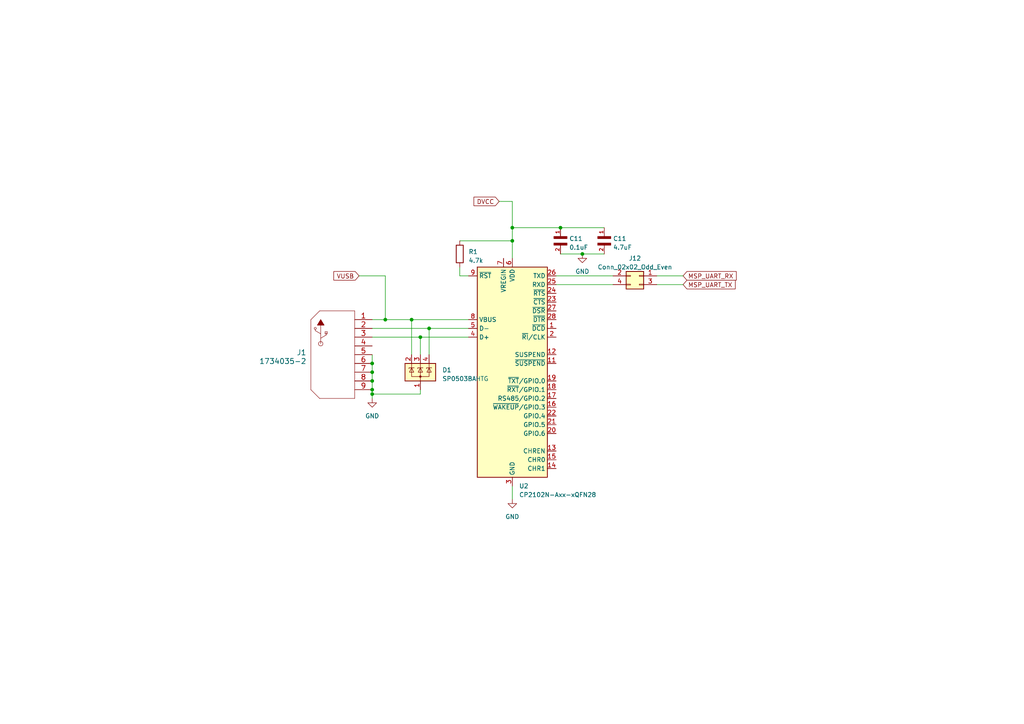
<source format=kicad_sch>
(kicad_sch (version 20230121) (generator eeschema)
  (paper "A4")
  (title_block (rev "1.0") (comment 1 "By Thimira Asurapmudalige"))
  (lib_symbols
    (symbol "CAP_0.1uF_0603:C0603C104J4RAC7867" (pin_names (offset 1.016) hide)
      (property "Reference" "C" (at 0 3.81 0))
      (property "Value" "C0603C104J4RAC7867" (at 0 -5.08 0))
      (symbol "C0603C104J4RAC7867_0_0"
        (rectangle (start 0 -1.905) (end 0.635 1.905) (fill (type outline)))
        (rectangle (start 1.905 -1.905) (end 2.54 1.905) (fill (type outline)))
        (pin passive line (at -2.54 0 0) (length 2.54) (name "~") (number "1"))
        (pin passive line (at 5.08 0 180) (length 2.54) (name "~") (number "2"))
      )
    )
    (symbol "Connector_Generic:Conn_02x02_Odd_Even" (pin_names (offset 1.016) hide)
      (property "Reference" "J" (at 1.27 2.54 0))
      (property "Value" "Conn_02x02_Odd_Even" (at 1.27 -5.08 0))
      (symbol "Conn_02x02_Odd_Even_1_1"
        (rectangle (start -1.27 -2.413) (end 0 -2.667) (stroke (width 0.1524)))
        (rectangle (start -1.27 0.127) (end 0 -0.127) (stroke (width 0.1524)))
        (rectangle (start -1.27 1.27) (end 3.81 -3.81) (stroke (width 0.254)) (fill (type background)))
        (rectangle (start 3.81 -2.413) (end 2.54 -2.667) (stroke (width 0.1524)))
        (rectangle (start 3.81 0.127) (end 2.54 -0.127) (stroke (width 0.1524)))
        (pin passive line (at -5.08 0 0) (length 3.81) (name "Pin_1") (number "1"))
        (pin passive line (at 7.62 0 180) (length 3.81) (name "Pin_2") (number "2"))
        (pin passive line (at -5.08 -2.54 0) (length 3.81) (name "Pin_3") (number "3"))
        (pin passive line (at 7.62 -2.54 180) (length 3.81) (name "Pin_4") (number "4"))
      )
    )
    (symbol "Device:R" (pin_numbers hide) (pin_names (offset 0))
      (property "Reference" "R" (at 2.032 0 90))
      (property "Value" "R" (at 0 0 90))
      (symbol "R_0_1"
        (rectangle (start -1.016 -2.54) (end 1.016 2.54) (stroke (width 0.254)))
      )
      (symbol "R_1_1"
        (pin passive line (at 0 3.81 270) (length 1.27) (name "~") (number "1"))
        (pin passive line (at 0 -3.81 90) (length 1.27) (name "~") (number "2"))
      )
    )
    (symbol "Interface_USB:CP2102N-Axx-xQFN28"
      (property "Reference" "U" (at -8.89 31.75 0))
      (property "Value" "CP2102N-Axx-xQFN28" (at 12.7 31.75 0))
      (symbol "CP2102N-Axx-xQFN28_0_1"
        (rectangle (start -10.16 30.48) (end 10.16 -30.48) (stroke (width 0.254)) (fill (type background)))
      )
      (symbol "CP2102N-Axx-xQFN28_1_1"
        (pin input line (at 12.7 12.7 180) (length 2.54) (name "~{DCD}") (number "1"))
        (pin no_connect line (at -10.16 -27.94 0) (length 2.54) hide (name "NC") (number "10"))
        (pin output line (at 12.7 2.54 180) (length 2.54) (name "~{SUSPEND}") (number "11"))
        (pin output line (at 12.7 5.08 180) (length 2.54) (name "SUSPEND") (number "12"))
        (pin output line (at 12.7 -22.86 180) (length 2.54) (name "CHREN") (number "13"))
        (pin output line (at 12.7 -27.94 180) (length 2.54) (name "CHR1") (number "14"))
        (pin output line (at 12.7 -25.4 180) (length 2.54) (name "CHR0") (number "15"))
        (pin bidirectional line (at 12.7 -10.16 180) (length 2.54) (name "~{WAKEUP}/GPIO.3") (number "16"))
        (pin bidirectional line (at 12.7 -7.62 180) (length 2.54) (name "RS485/GPIO.2") (number "17"))
        (pin bidirectional line (at 12.7 -5.08 180) (length 2.54) (name "~{RXT}/GPIO.1") (number "18"))
        (pin bidirectional line (at 12.7 -2.54 180) (length 2.54) (name "~{TXT}/GPIO.0") (number "19"))
        (pin bidirectional line (at 12.7 10.16 180) (length 2.54) (name "~{RI}/CLK") (number "2"))
        (pin bidirectional line (at 12.7 -17.78 180) (length 2.54) (name "GPIO.6") (number "20"))
        (pin bidirectional line (at 12.7 -15.24 180) (length 2.54) (name "GPIO.5") (number "21"))
        (pin bidirectional line (at 12.7 -12.7 180) (length 2.54) (name "GPIO.4") (number "22"))
        (pin input line (at 12.7 20.32 180) (length 2.54) (name "~{CTS}") (number "23"))
        (pin output line (at 12.7 22.86 180) (length 2.54) (name "~{RTS}") (number "24"))
        (pin input line (at 12.7 25.4 180) (length 2.54) (name "RXD") (number "25"))
        (pin output line (at 12.7 27.94 180) (length 2.54) (name "TXD") (number "26"))
        (pin input line (at 12.7 17.78 180) (length 2.54) (name "~{DSR}") (number "27"))
        (pin output line (at 12.7 15.24 180) (length 2.54) (name "~{DTR}") (number "28"))
        (pin passive line (at 0 -33.02 90) (length 2.54) hide (name "GND") (number "29"))
        (pin power_in line (at 0 -33.02 90) (length 2.54) (name "GND") (number "3"))
        (pin bidirectional line (at -12.7 10.16 0) (length 2.54) (name "D+") (number "4"))
        (pin bidirectional line (at -12.7 12.7 0) (length 2.54) (name "D-") (number "5"))
        (pin power_in line (at 0 33.02 270) (length 2.54) (name "VDD") (number "6"))
        (pin power_in line (at -2.54 33.02 270) (length 2.54) (name "VREGIN") (number "7"))
        (pin input line (at -12.7 15.24 0) (length 2.54) (name "VBUS") (number "8"))
        (pin input line (at -12.7 27.94 0) (length 2.54) (name "~{RST}") (number "9"))
      )
    )
    (symbol "MiniUSB:1734035-2" (pin_names (offset 0.254) hide)
      (property "Reference" "J" (at 8.89 6.35 0))
      (property "Value" "1734035-2" (at 10.16 -5.08 0))
      (symbol "1734035-2_1_1"
        (polyline (pts (xy 5.08 -22.86) (xy 15.24 -22.86)) (stroke (width 0.127)))
        (polyline (pts (xy 5.08 2.54) (xy 5.08 -22.86)) (stroke (width 0.127)))
        (polyline (pts (xy 13.0048 -4.1148) (xy 13.6652 -4.1148)) (stroke (width 0.127)))
        (polyline (pts (xy 13.0048 -3.5052) (xy 13.0048 -4.1148)) (stroke (width 0.127)))
        (polyline (pts (xy 13.0048 -3.5052) (xy 13.6652 -3.5052)) (stroke (width 0.127)))
        (polyline (pts (xy 13.335 -3.81) (xy 13.335 -4.445)) (stroke (width 0.127)))
        (polyline (pts (xy 13.6652 -4.1148) (xy 13.6652 -3.5052)) (stroke (width 0.127)))
        (polyline (pts (xy 13.97 -1.5748) (xy 15.875 -1.5748)) (stroke (width 0.127)))
        (polyline (pts (xy 14.9352 -5.3848) (xy 13.335 -4.445)) (stroke (width 0.127)))
        (polyline (pts (xy 14.9352 -1.5748) (xy 14.9352 -6.985)) (stroke (width 0.127)))
        (polyline (pts (xy 14.9352 0) (xy 13.97 -1.5748)) (stroke (width 0.127)))
        (polyline (pts (xy 14.9352 0) (xy 15.875 -1.5748)) (stroke (width 0.127)))
        (polyline (pts (xy 15.24 -22.86) (xy 17.78 -20.32)) (stroke (width 0.127)))
        (polyline (pts (xy 15.24 2.54) (xy 5.08 2.54)) (stroke (width 0.127)))
        (polyline (pts (xy 15.24 2.54) (xy 17.78 0)) (stroke (width 0.127)))
        (polyline (pts (xy 16.51 -3.175) (xy 14.9352 -4.1148)) (stroke (width 0.127)))
        (polyline (pts (xy 16.51 -2.8448) (xy 16.51 -3.175)) (stroke (width 0.127)))
        (polyline (pts (xy 17.78 -20.32) (xy 17.78 0)) (stroke (width 0.127)))
        (polyline (pts (xy 14.9352 0) (xy 13.97 -1.5748) (xy 15.875 -1.5748) (xy 14.9352 0)) (fill (type outline)))
        (circle (center 14.9352 -6.985) (radius 0.635) (stroke (width 0.127)))
        (arc (start 15.5448 -6.985) (mid 15.5448 -6.985) (end 15.5448 -6.985) (stroke (width 0.127)))
        (circle (center 16.51 -2.54) (radius 0.3048) (stroke (width 0.127)))
        (arc (start 16.8148 -2.54) (mid 16.8148 -2.54) (end 16.8148 -2.54) (stroke (width 0.127)))
        (pin unspecified line (at 0 0 0) (length 5.08) (name "1") (number "1"))
        (pin unspecified line (at 0 -2.54 0) (length 5.08) (name "2") (number "2"))
        (pin unspecified line (at 0 -5.08 0) (length 5.08) (name "3") (number "3"))
        (pin unspecified line (at 0 -7.62 0) (length 5.08) (name "4") (number "4"))
        (pin unspecified line (at 0 -10.16 0) (length 5.08) (name "5") (number "5"))
        (pin unspecified line (at 0 -12.7 0) (length 5.08) (name "SHIELD") (number "6"))
        (pin unspecified line (at 0 -15.24 0) (length 5.08) (name "SHIELD") (number "7"))
        (pin unspecified line (at 0 -17.78 0) (length 5.08) (name "SHIELD") (number "8"))
        (pin unspecified line (at 0 -20.32 0) (length 5.08) (name "SHIELD") (number "9"))
      )
    )
    (symbol "Power_Protection:SP0503BAHT" (pin_names hide)
      (property "Reference" "D" (at 5.715 2.54 0))
      (property "Value" "SP0503BAHT" (at 5.715 0.635 0))
      (symbol "SP0503BAHT_0_0"
        (pin passive line (at 0 -5.08 90) (length 2.54) (name "A") (number "1"))
      )
      (symbol "SP0503BAHT_0_1"
        (rectangle (start -4.445 2.54) (end 4.445 -2.54) (stroke (width 0.254)) (fill (type background)))
        (circle (center 0 -1.27) (radius 0.254) (fill (type outline)))
        (polyline (pts (xy -2.54 2.54) (xy -2.54 1.27)))
        (polyline (pts (xy 0 -1.27) (xy 0 -2.54)))
        (polyline (pts (xy 0 -1.27) (xy 0 1.27)))
        (polyline (pts (xy 0 2.54) (xy 0 1.27)))
        (polyline (pts (xy 0.635 1.27) (xy 0.762 1.27)))
        (polyline (pts (xy 2.54 2.54) (xy 2.54 1.27)))
        (polyline (pts (xy 0.635 1.27) (xy -0.762 1.27) (xy -0.762 1.016)))
        (polyline (pts (xy -3.302 1.016) (xy -3.302 1.27) (xy -1.905 1.27) (xy -1.778 1.27)))
        (polyline (pts (xy -2.54 1.27) (xy -2.54 -1.27) (xy 2.54 -1.27) (xy 2.54 1.27)))
        (polyline (pts (xy -2.54 1.27) (xy -1.905 0) (xy -3.175 0) (xy -2.54 1.27)))
        (polyline (pts (xy 0.635 0) (xy -0.635 0) (xy 0 1.27) (xy 0.635 0)))
        (polyline (pts (xy 1.778 1.016) (xy 1.778 1.27) (xy 3.175 1.27) (xy 3.302 1.27)))
        (polyline (pts (xy 2.54 1.27) (xy 1.905 0) (xy 3.175 0) (xy 2.54 1.27)))
      )
      (symbol "SP0503BAHT_1_1"
        (pin passive line (at -2.54 5.08 270) (length 2.54) (name "K") (number "2"))
        (pin passive line (at 0 5.08 270) (length 2.54) (name "K") (number "3"))
        (pin passive line (at 2.54 5.08 270) (length 2.54) (name "K") (number "4"))
      )
    )
    (symbol "power:GND" (power) (pin_names (offset 0))
      (property "Value" "GND" (at 0 -3.81 0))
      (symbol "GND_0_1"
        (polyline (pts (xy 0 0) (xy 0 -1.27) (xy 1.27 -1.27) (xy 0 -2.54) (xy -1.27 -1.27) (xy 0 -1.27)))
      )
      (symbol "GND_1_1"
        (pin power_in line (at 0 0 270) (length 0) hide (name "GND") (number "1"))
      )
    )
  )
  (junction (at 107.95 107.95))
  (junction (at 148.59 66.04))
  (junction (at 107.95 113.03))
  (junction (at 107.95 105.41))
  (junction (at 121.92 97.79))
  (junction (at 111.76 92.71))
  (junction (at 148.59 69.85))
  (junction (at 107.95 114.3))
  (junction (at 124.46 95.25))
  (junction (at 107.95 110.49))
  (junction (at 168.91 73.66))
  (junction (at 119.38 92.71))
  (junction (at 162.56 66.04))
  (wire (pts (xy 190.5 80.01) (xy 198.12 80.01)))
  (wire (pts (xy 190.5 82.55) (xy 198.12 82.55)))
  (wire (pts (xy 162.56 73.66) (xy 168.91 73.66)))
  (wire (pts (xy 144.78 58.42) (xy 148.59 58.42)))
  (wire (pts (xy 107.95 107.95) (xy 107.95 110.49)))
  (wire (pts (xy 148.59 58.42) (xy 148.59 66.04)))
  (wire (pts (xy 121.92 97.79) (xy 121.92 102.87)))
  (wire (pts (xy 148.59 66.04) (xy 148.59 69.85)))
  (wire (pts (xy 133.35 69.85) (xy 148.59 69.85)))
  (wire (pts (xy 168.91 73.66) (xy 175.26 73.66)))
  (wire (pts (xy 162.56 66.04) (xy 175.26 66.04)))
  (wire (pts (xy 133.35 80.01) (xy 135.89 80.01)))
  (wire (pts (xy 148.59 140.97) (xy 148.59 144.78)))
  (wire (pts (xy 107.95 95.25) (xy 124.46 95.25)))
  (wire (pts (xy 124.46 95.25) (xy 135.89 95.25)))
  (wire (pts (xy 133.35 77.47) (xy 133.35 80.01)))
  (wire (pts (xy 107.95 102.87) (xy 107.95 105.41)))
  (wire (pts (xy 111.76 92.71) (xy 119.38 92.71)))
  (wire (pts (xy 119.38 92.71) (xy 135.89 92.71)))
  (wire (pts (xy 148.59 66.04) (xy 162.56 66.04)))
  (wire (pts (xy 107.95 92.71) (xy 111.76 92.71)))
  (wire (pts (xy 177.8 82.55) (xy 161.29 82.55)))
  (wire (pts (xy 121.92 113.03) (xy 121.92 114.3)))
  (wire (pts (xy 121.92 114.3) (xy 107.95 114.3)))
  (wire (pts (xy 148.59 69.85) (xy 148.59 74.93)))
  (wire (pts (xy 177.8 80.01) (xy 161.29 80.01)))
  (wire (pts (xy 124.46 95.25) (xy 124.46 102.87)))
  (wire (pts (xy 111.76 80.01) (xy 111.76 92.71)))
  (wire (pts (xy 107.95 114.3) (xy 107.95 115.57)))
  (wire (pts (xy 107.95 105.41) (xy 107.95 107.95)))
  (wire (pts (xy 107.95 110.49) (xy 107.95 113.03)))
  (wire (pts (xy 107.95 113.03) (xy 107.95 114.3)))
  (wire (pts (xy 107.95 97.79) (xy 121.92 97.79)))
  (wire (pts (xy 104.14 80.01) (xy 111.76 80.01)))
  (wire (pts (xy 119.38 92.71) (xy 119.38 102.87)))
  (wire (pts (xy 121.92 97.79) (xy 135.89 97.79)))
  (global_label "DVCC" (shape input) (at 144.78 58.42 180) (property "Intersheetrefs" "${INTERSHEET_REFS}" (effects hide)))
  (global_label "MSP_UART_RX" (shape input) (at 198.12 80.01 0) (property "Intersheetrefs" "${INTERSHEET_REFS}" (effects hide)))
  (global_label "MSP_UART_TX" (shape input) (at 198.12 82.55 0) (property "Intersheetrefs" "${INTERSHEET_REFS}" (effects hide)))
  (global_label "VUSB" (shape input) (at 104.14 80.01 180) (property "Intersheetrefs" "${INTERSHEET_REFS}" (effects hide)))
  (symbol (lib_id "Interface_USB:CP2102N-Axx-xQFN28") (at 148.59 107.95 0) (unit 1)
    (property "Reference" "U2" (at 150.5459 140.97 0) (effects (justify left)))
    (property "Value" "CP2102N-Axx-xQFN28" (at 150.5459 143.51 0) (effects (justify left)))
    (property "Footprint" "Package_DFN_QFN:QFN-28-1EP_5x5mm_P0.5mm_EP3.35x3.35mm" (effects hide))
    (property "Datasheet" "https://www.silabs.com/documents/public/data-sheets/cp2102n-datasheet.pdf" (effects hide))
  )
  (symbol (lib_id "CAP_0.1uF_0603:C0603C104J4RAC7867") (at 175.26 68.58 270) (unit 1)
    (property "Reference" "C11" (at 177.8 69.215 90) (effects (justify left)))
    (property "Value" "4.7uF" (at 177.8 71.755 90) (effects (justify left)))
    (property "Footprint" "cap_0.1uF_0603:CAPC1608X90N" (effects hide))
    (instances (project "MSP430" (path "" (reference "C11") (unit 1)) (path "" (reference "C2") (unit 1))))
  )
  (symbol (lib_id "power:GND") (at 168.91 73.66 0) (unit 1)
    (property "Reference" "#PWR04" (effects hide))
    (property "Value" "GND" (at 168.91 78.74 0))
  )
  (symbol (lib_id "Connector_Generic:Conn_02x02_Odd_Even") (at 185.42 80.01 0) (mirror y) (unit 1)
    (property "Reference" "J12" (at 184.15 74.93 0))
    (property "Value" "Conn_02x02_Odd_Even" (at 184.15 77.47 0))
    (property "Footprint" "Connector_PinHeader_2.54mm:PinHeader_2x02_P2.54mm_Vertical" (effects hide))
  )
  (symbol (lib_id "CAP_0.1uF_0603:C0603C104J4RAC7867") (at 162.56 68.58 270) (unit 1)
    (property "Reference" "C11" (at 165.1 69.215 90) (effects (justify left)))
    (property "Value" "0.1uF" (at 165.1 71.755 90) (effects (justify left)))
    (property "Footprint" "cap_0.1uF_0603:CAPC1608X90N" (effects hide))
    (instances (project "MSP430" (path "" (reference "C11") (unit 1)) (path "" (reference "C1") (unit 1))))
  )
  (symbol (lib_id "power:GND") (at 107.95 115.57 0) (unit 1)
    (property "Reference" "#PWR03" (effects hide))
    (property "Value" "GND" (at 107.95 120.65 0))
  )
  (symbol (lib_id "power:GND") (at 148.59 144.78 0) (unit 1)
    (property "Reference" "#PWR02" (effects hide))
    (property "Value" "GND" (at 148.59 149.86 0))
  )
  (symbol (lib_id "Device:R") (at 133.35 73.66 0) (unit 1)
    (property "Reference" "R1" (at 135.89 73.025 0) (effects (justify left)))
    (property "Value" "4.7k" (at 135.89 75.565 0) (effects (justify left)))
    (property "Footprint" "Resistor_SMD:R_0603_1608Metric" (effects hide))
  )
  (symbol (lib_id "Power_Protection:SP0503BAHT") (at 121.92 107.95 0) (unit 1)
    (property "Reference" "D1" (at 128.27 107.315 0) (effects (justify left)))
    (property "Value" "SP0503BAHTG" (at 128.27 109.855 0) (effects (justify left)))
    (property "Footprint" "Package_TO_SOT_SMD:SOT-143" (effects hide))
    (property "Datasheet" "http://www.littelfuse.com/~/media/files/littelfuse/technical%20resources/documents/data%20sheets/sp05xxba.pdf" (effects hide))
  )
  (symbol (lib_id "MiniUSB:1734035-2") (at 107.95 92.71 0) (mirror y) (unit 1)
    (property "Reference" "J1" (at 88.9 102.235 0) (effects (font (size 1.524 1.524)) (justify left)))
    (property "Value" "1734035-2" (at 88.9 104.775 0) (effects (font (size 1.524 1.524)) (justify left)))
    (property "Footprint" "MiniUSB:1734035-2" (effects hide))
  )
)
</source>
